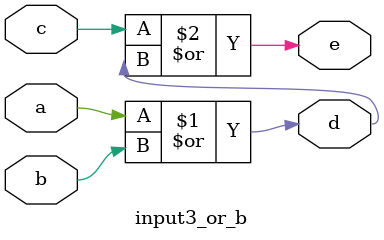
<source format=v>
`timescale 1ns / 1ps

module input3_or_b(a,b,c,d,e);
    input a,b,c;
    output d,e;
    
    assign d = a|b;
    assign e = c|d;
    
endmodule

</source>
